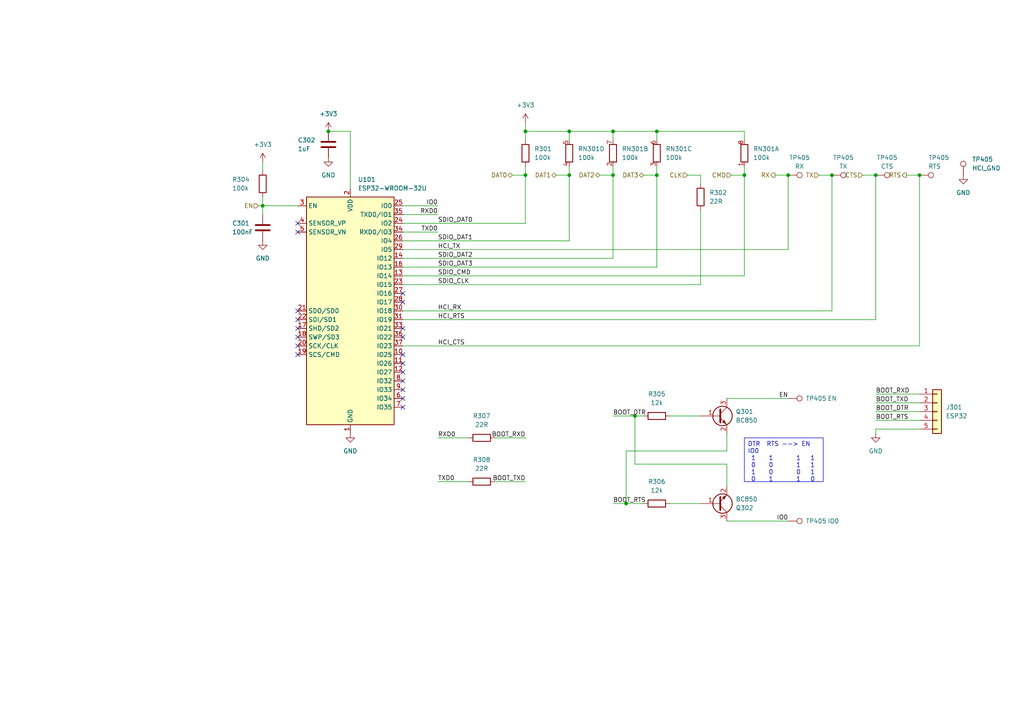
<source format=kicad_sch>
(kicad_sch (version 20230121) (generator eeschema)
  (paper "A4")
  (lib_symbols
    (symbol "Connector:TestPoint" (pin_numbers hide) (pin_names (offset 0.762) hide)
      (property "Reference" "TP" (at 0 6.858 0))
      (property "Value" "TestPoint" (at 0 5.08 0))
      (symbol "TestPoint_0_1"
        (circle (center 0 3.302) (radius 0.762))
      )
      (symbol "TestPoint_1_1"
        (pin passive line (at 0 0 90) (length 2.54) (name "1") (number "1"))
      )
    )
    (symbol "Connector_Generic:Conn_01x05" (pin_names (offset 1.016) hide)
      (property "Reference" "J" (at 0 7.62 0))
      (property "Value" "Conn_01x05" (at 0 -7.62 0))
      (symbol "Conn_01x05_1_1"
        (rectangle (start -1.27 -4.953) (end 0 -5.207) (stroke (width 0.1524)))
        (rectangle (start -1.27 -2.413) (end 0 -2.667) (stroke (width 0.1524)))
        (rectangle (start -1.27 0.127) (end 0 -0.127) (stroke (width 0.1524)))
        (rectangle (start -1.27 2.667) (end 0 2.413) (stroke (width 0.1524)))
        (rectangle (start -1.27 5.207) (end 0 4.953) (stroke (width 0.1524)))
        (rectangle (start -1.27 6.35) (end 1.27 -6.35) (stroke (width 0.254)) (fill (type background)))
        (pin passive line (at -5.08 5.08 0) (length 3.81) (name "Pin_1") (number "1"))
        (pin passive line (at -5.08 2.54 0) (length 3.81) (name "Pin_2") (number "2"))
        (pin passive line (at -5.08 0 0) (length 3.81) (name "Pin_3") (number "3"))
        (pin passive line (at -5.08 -2.54 0) (length 3.81) (name "Pin_4") (number "4"))
        (pin passive line (at -5.08 -5.08 0) (length 3.81) (name "Pin_5") (number "5"))
      )
    )
    (symbol "Device:C" (pin_numbers hide) (pin_names (offset 0.254))
      (property "Reference" "C" (at 0.635 2.54 0))
      (property "Value" "C" (at 0.635 -2.54 0))
      (symbol "C_0_1"
        (polyline (pts (xy -2.032 -0.762) (xy 2.032 -0.762)) (stroke (width 0.508)))
        (polyline (pts (xy -2.032 0.762) (xy 2.032 0.762)) (stroke (width 0.508)))
      )
      (symbol "C_1_1"
        (pin passive line (at 0 3.81 270) (length 2.794) (name "~") (number "1"))
        (pin passive line (at 0 -3.81 90) (length 2.794) (name "~") (number "2"))
      )
    )
    (symbol "Device:R" (pin_numbers hide) (pin_names (offset 0))
      (property "Reference" "R" (at 2.032 0 90))
      (property "Value" "R" (at 0 0 90))
      (symbol "R_0_1"
        (rectangle (start -1.016 -2.54) (end 1.016 2.54) (stroke (width 0.254)))
      )
      (symbol "R_1_1"
        (pin passive line (at 0 3.81 270) (length 1.27) (name "~") (number "1"))
        (pin passive line (at 0 -3.81 90) (length 1.27) (name "~") (number "2"))
      )
    )
    (symbol "Device:R_Pack04_Split" (pin_names (offset 0) hide)
      (property "Reference" "RN" (at 2.032 0 90))
      (property "Value" "R_Pack04_Split" (at 0 0 90))
      (symbol "R_Pack04_Split_0_1"
        (rectangle (start 1.016 2.54) (end -1.016 -2.54) (stroke (width 0.254)))
      )
      (symbol "R_Pack04_Split_1_1"
        (pin passive line (at 0 -3.81 90) (length 1.27) (name "R1.1") (number "1"))
        (pin passive line (at 0 3.81 270) (length 1.27) (name "R1.2") (number "8"))
      )
      (symbol "R_Pack04_Split_2_1"
        (pin passive line (at 0 -3.81 90) (length 1.27) (name "R2.1") (number "2"))
        (pin passive line (at 0 3.81 270) (length 1.27) (name "R2.2") (number "7"))
      )
      (symbol "R_Pack04_Split_3_1"
        (pin passive line (at 0 -3.81 90) (length 1.27) (name "R3.1") (number "3"))
        (pin passive line (at 0 3.81 270) (length 1.27) (name "R3.2") (number "6"))
      )
      (symbol "R_Pack04_Split_4_1"
        (pin passive line (at 0 -3.81 90) (length 1.27) (name "R4.1") (number "4"))
        (pin passive line (at 0 3.81 270) (length 1.27) (name "R4.2") (number "5"))
      )
    )
    (symbol "RF_Module:ESP32-WROOM-32U"
      (property "Reference" "U" (at -12.7 34.29 0))
      (property "Value" "ESP32-WROOM-32U" (at 1.27 34.29 0))
      (symbol "ESP32-WROOM-32U_0_1"
        (rectangle (start -12.7 33.02) (end 12.7 -33.02) (stroke (width 0.254)) (fill (type background)))
      )
      (symbol "ESP32-WROOM-32U_1_1"
        (pin power_in line (at 0 -35.56 90) (length 2.54) (name "GND") (number "1"))
        (pin bidirectional line (at 15.24 -12.7 180) (length 2.54) (name "IO25") (number "10"))
        (pin bidirectional line (at 15.24 -15.24 180) (length 2.54) (name "IO26") (number "11"))
        (pin bidirectional line (at 15.24 -17.78 180) (length 2.54) (name "IO27") (number "12"))
        (pin bidirectional line (at 15.24 10.16 180) (length 2.54) (name "IO14") (number "13"))
        (pin bidirectional line (at 15.24 15.24 180) (length 2.54) (name "IO12") (number "14"))
        (pin passive line (at 0 -35.56 90) (length 2.54) hide (name "GND") (number "15"))
        (pin bidirectional line (at 15.24 12.7 180) (length 2.54) (name "IO13") (number "16"))
        (pin bidirectional line (at -15.24 -5.08 0) (length 2.54) (name "SHD/SD2") (number "17"))
        (pin bidirectional line (at -15.24 -7.62 0) (length 2.54) (name "SWP/SD3") (number "18"))
        (pin bidirectional line (at -15.24 -12.7 0) (length 2.54) (name "SCS/CMD") (number "19"))
        (pin power_in line (at 0 35.56 270) (length 2.54) (name "VDD") (number "2"))
        (pin bidirectional line (at -15.24 -10.16 0) (length 2.54) (name "SCK/CLK") (number "20"))
        (pin bidirectional line (at -15.24 0 0) (length 2.54) (name "SDO/SD0") (number "21"))
        (pin bidirectional line (at -15.24 -2.54 0) (length 2.54) (name "SDI/SD1") (number "22"))
        (pin bidirectional line (at 15.24 7.62 180) (length 2.54) (name "IO15") (number "23"))
        (pin bidirectional line (at 15.24 25.4 180) (length 2.54) (name "IO2") (number "24"))
        (pin bidirectional line (at 15.24 30.48 180) (length 2.54) (name "IO0") (number "25"))
        (pin bidirectional line (at 15.24 20.32 180) (length 2.54) (name "IO4") (number "26"))
        (pin bidirectional line (at 15.24 5.08 180) (length 2.54) (name "IO16") (number "27"))
        (pin bidirectional line (at 15.24 2.54 180) (length 2.54) (name "IO17") (number "28"))
        (pin bidirectional line (at 15.24 17.78 180) (length 2.54) (name "IO5") (number "29"))
        (pin input line (at -15.24 30.48 0) (length 2.54) (name "EN") (number "3"))
        (pin bidirectional line (at 15.24 0 180) (length 2.54) (name "IO18") (number "30"))
        (pin bidirectional line (at 15.24 -2.54 180) (length 2.54) (name "IO19") (number "31"))
        (pin no_connect line (at -12.7 -27.94 0) (length 2.54) hide (name "NC") (number "32"))
        (pin bidirectional line (at 15.24 -5.08 180) (length 2.54) (name "IO21") (number "33"))
        (pin bidirectional line (at 15.24 22.86 180) (length 2.54) (name "RXD0/IO3") (number "34"))
        (pin bidirectional line (at 15.24 27.94 180) (length 2.54) (name "TXD0/IO1") (number "35"))
        (pin bidirectional line (at 15.24 -7.62 180) (length 2.54) (name "IO22") (number "36"))
        (pin bidirectional line (at 15.24 -10.16 180) (length 2.54) (name "IO23") (number "37"))
        (pin passive line (at 0 -35.56 90) (length 2.54) hide (name "GND") (number "38"))
        (pin passive line (at 0 -35.56 90) (length 2.54) hide (name "GND") (number "39"))
        (pin input line (at -15.24 25.4 0) (length 2.54) (name "SENSOR_VP") (number "4"))
        (pin input line (at -15.24 22.86 0) (length 2.54) (name "SENSOR_VN") (number "5"))
        (pin input line (at 15.24 -25.4 180) (length 2.54) (name "IO34") (number "6"))
        (pin input line (at 15.24 -27.94 180) (length 2.54) (name "IO35") (number "7"))
        (pin bidirectional line (at 15.24 -20.32 180) (length 2.54) (name "IO32") (number "8"))
        (pin bidirectional line (at 15.24 -22.86 180) (length 2.54) (name "IO33") (number "9"))
      )
    )
    (symbol "Transistor_BJT:BC850" (pin_names (offset 0) hide)
      (property "Reference" "Q" (at 5.08 1.905 0))
      (property "Value" "BC850" (at 5.08 0 0))
      (symbol "BC850_0_1"
        (polyline (pts (xy 0.635 0.635) (xy 2.54 2.54)))
        (polyline (pts (xy 0.635 -0.635) (xy 2.54 -2.54) (xy 2.54 -2.54)))
        (polyline (pts (xy 0.635 1.905) (xy 0.635 -1.905) (xy 0.635 -1.905)) (stroke (width 0.508)))
        (polyline (pts (xy 1.27 -1.778) (xy 1.778 -1.27) (xy 2.286 -2.286) (xy 1.27 -1.778) (xy 1.27 -1.778)) (fill (type outline)))
        (circle (center 1.27 0) (radius 2.8194) (stroke (width 0.254)))
      )
      (symbol "BC850_1_1"
        (pin input line (at -5.08 0 0) (length 5.715) (name "B") (number "1"))
        (pin passive line (at 2.54 -5.08 90) (length 2.54) (name "E") (number "2"))
        (pin passive line (at 2.54 5.08 270) (length 2.54) (name "C") (number "3"))
      )
    )
    (symbol "power:+3V3" (power) (pin_names (offset 0))
      (property "Value" "+3V3" (at 0 3.556 0))
      (symbol "+3V3_0_1"
        (polyline (pts (xy -0.762 1.27) (xy 0 2.54)))
        (polyline (pts (xy 0 0) (xy 0 2.54)))
        (polyline (pts (xy 0 2.54) (xy 0.762 1.27)))
      )
      (symbol "+3V3_1_1"
        (pin power_in line (at 0 0 90) (length 0) hide (name "+3V3") (number "1"))
      )
    )
    (symbol "power:GND" (power) (pin_names (offset 0))
      (property "Value" "GND" (at 0 -3.81 0))
      (symbol "GND_0_1"
        (polyline (pts (xy 0 0) (xy 0 -1.27) (xy 1.27 -1.27) (xy 0 -2.54) (xy -1.27 -1.27) (xy 0 -1.27)))
      )
      (symbol "GND_1_1"
        (pin power_in line (at 0 0 270) (length 0) hide (name "GND") (number "1"))
      )
    )
  )
  (junction (at 165.1 50.8))
  (junction (at 177.8 50.8))
  (junction (at 190.5 50.8))
  (junction (at 184.15 120.65))
  (junction (at 190.5 38.1))
  (junction (at 95.25 38.1))
  (junction (at 152.4 50.8))
  (junction (at 266.7 50.8))
  (junction (at 241.3 50.8))
  (junction (at 228.6 50.8))
  (junction (at 215.9 50.8))
  (junction (at 181.61 146.05))
  (junction (at 254 50.8))
  (junction (at 165.1 38.1))
  (junction (at 76.2 59.69))
  (junction (at 152.4 38.1))
  (junction (at 177.8 38.1))
  (no_connect (at 86.36 100.33))
  (no_connect (at 116.84 107.95))
  (no_connect (at 116.84 105.41))
  (no_connect (at 116.84 87.63))
  (no_connect (at 116.84 118.11))
  (no_connect (at 116.84 85.09))
  (no_connect (at 116.84 97.79))
  (no_connect (at 116.84 95.25))
  (no_connect (at 86.36 90.17))
  (no_connect (at 86.36 102.87))
  (no_connect (at 116.84 113.03))
  (no_connect (at 116.84 102.87))
  (no_connect (at 116.84 110.49))
  (no_connect (at 86.36 95.25))
  (no_connect (at 86.36 67.31))
  (no_connect (at 86.36 64.77))
  (no_connect (at 86.36 97.79))
  (no_connect (at 86.36 92.71))
  (no_connect (at 116.84 115.57))
  (wire (pts (xy 210.82 130.81) (xy 210.82 125.73)))
  (wire (pts (xy 186.69 50.8) (xy 190.5 50.8)))
  (wire (pts (xy 116.84 67.31) (xy 127 67.31)))
  (wire (pts (xy 152.4 48.26) (xy 152.4 50.8)))
  (wire (pts (xy 262.89 50.8) (xy 266.7 50.8)))
  (wire (pts (xy 148.59 50.8) (xy 152.4 50.8)))
  (wire (pts (xy 241.3 90.17) (xy 116.84 90.17)))
  (wire (pts (xy 250.19 50.8) (xy 254 50.8)))
  (wire (pts (xy 190.5 50.8) (xy 190.5 77.47)))
  (wire (pts (xy 177.8 50.8) (xy 177.8 74.93)))
  (wire (pts (xy 241.3 50.8) (xy 241.3 90.17)))
  (wire (pts (xy 116.84 59.69) (xy 127 59.69)))
  (wire (pts (xy 203.2 50.8) (xy 203.2 53.34)))
  (wire (pts (xy 116.84 69.85) (xy 165.1 69.85)))
  (wire (pts (xy 184.15 120.65) (xy 186.69 120.65)))
  (wire (pts (xy 203.2 82.55) (xy 203.2 60.96)))
  (wire (pts (xy 101.6 38.1) (xy 101.6 54.61)))
  (wire (pts (xy 254 116.84) (xy 266.7 116.84)))
  (wire (pts (xy 165.1 38.1) (xy 177.8 38.1)))
  (wire (pts (xy 184.15 134.62) (xy 210.82 134.62)))
  (wire (pts (xy 116.84 92.71) (xy 254 92.71)))
  (wire (pts (xy 177.8 146.05) (xy 181.61 146.05)))
  (wire (pts (xy 190.5 48.26) (xy 190.5 50.8)))
  (wire (pts (xy 212.09 50.8) (xy 215.9 50.8)))
  (wire (pts (xy 177.8 38.1) (xy 190.5 38.1)))
  (wire (pts (xy 266.7 100.33) (xy 116.84 100.33)))
  (wire (pts (xy 173.99 50.8) (xy 177.8 50.8)))
  (wire (pts (xy 210.82 134.62) (xy 210.82 140.97)))
  (wire (pts (xy 215.9 50.8) (xy 215.9 80.01)))
  (wire (pts (xy 76.2 57.15) (xy 76.2 59.69)))
  (wire (pts (xy 143.51 139.7) (xy 152.4 139.7)))
  (wire (pts (xy 161.29 50.8) (xy 165.1 50.8)))
  (wire (pts (xy 177.8 120.65) (xy 184.15 120.65)))
  (wire (pts (xy 116.84 72.39) (xy 228.6 72.39)))
  (wire (pts (xy 194.31 120.65) (xy 203.2 120.65)))
  (wire (pts (xy 194.31 146.05) (xy 203.2 146.05)))
  (wire (pts (xy 190.5 38.1) (xy 215.9 38.1)))
  (wire (pts (xy 165.1 48.26) (xy 165.1 50.8)))
  (wire (pts (xy 152.4 40.64) (xy 152.4 38.1)))
  (wire (pts (xy 254 50.8) (xy 254 92.71)))
  (wire (pts (xy 254 124.46) (xy 266.7 124.46)))
  (wire (pts (xy 95.25 38.1) (xy 101.6 38.1)))
  (wire (pts (xy 254 125.73) (xy 254 124.46)))
  (wire (pts (xy 76.2 59.69) (xy 76.2 62.23)))
  (wire (pts (xy 203.2 50.8) (xy 199.39 50.8)))
  (wire (pts (xy 215.9 48.26) (xy 215.9 50.8)))
  (wire (pts (xy 116.84 82.55) (xy 203.2 82.55)))
  (wire (pts (xy 74.93 59.69) (xy 76.2 59.69)))
  (wire (pts (xy 177.8 38.1) (xy 177.8 40.64)))
  (wire (pts (xy 177.8 48.26) (xy 177.8 50.8)))
  (wire (pts (xy 181.61 146.05) (xy 186.69 146.05)))
  (wire (pts (xy 181.61 130.81) (xy 210.82 130.81)))
  (wire (pts (xy 190.5 38.1) (xy 190.5 40.64)))
  (wire (pts (xy 116.84 74.93) (xy 177.8 74.93)))
  (wire (pts (xy 135.89 127) (xy 127 127)))
  (wire (pts (xy 181.61 146.05) (xy 181.61 130.81)))
  (wire (pts (xy 165.1 38.1) (xy 165.1 40.64)))
  (wire (pts (xy 165.1 50.8) (xy 165.1 69.85)))
  (wire (pts (xy 76.2 59.69) (xy 86.36 59.69)))
  (wire (pts (xy 254 114.3) (xy 266.7 114.3)))
  (wire (pts (xy 215.9 40.64) (xy 215.9 38.1)))
  (wire (pts (xy 266.7 50.8) (xy 266.7 100.33)))
  (wire (pts (xy 254 119.38) (xy 266.7 119.38)))
  (wire (pts (xy 116.84 77.47) (xy 190.5 77.47)))
  (wire (pts (xy 152.4 38.1) (xy 165.1 38.1)))
  (wire (pts (xy 184.15 120.65) (xy 184.15 134.62)))
  (wire (pts (xy 116.84 62.23) (xy 127 62.23)))
  (wire (pts (xy 254 121.92) (xy 266.7 121.92)))
  (wire (pts (xy 116.84 64.77) (xy 152.4 64.77)))
  (wire (pts (xy 135.89 139.7) (xy 127 139.7)))
  (wire (pts (xy 143.51 127) (xy 152.4 127)))
  (wire (pts (xy 152.4 35.56) (xy 152.4 38.1)))
  (wire (pts (xy 224.79 50.8) (xy 228.6 50.8)))
  (wire (pts (xy 210.82 151.13) (xy 228.6 151.13)))
  (wire (pts (xy 228.6 50.8) (xy 228.6 72.39)))
  (wire (pts (xy 237.49 50.8) (xy 241.3 50.8)))
  (wire (pts (xy 116.84 80.01) (xy 215.9 80.01)))
  (wire (pts (xy 152.4 50.8) (xy 152.4 64.77)))
  (wire (pts (xy 76.2 46.99) (xy 76.2 49.53)))
  (wire (pts (xy 210.82 115.57) (xy 228.6 115.57)))
  (text_box "DTR  RTS --> EN  IO0\n 1    1       1   1\n 0    0       1   1\n 1    0       0   1\n 0    1       1   0\n" (at 215.9 127 0) (size 22.86 12.7) (effects (font (size 1.27 1.27)) (justify left top)))
  (label "TXD0" (at 127 67.31 180))
  (label "RXD0" (at 127 127 0))
  (label "BOOT_TXD" (at 152.4 139.7 180))
  (label "SDIO_DAT3" (at 127 77.47 0))
  (label "TXD0" (at 127 139.7 0))
  (label "HCI_RX" (at 127 90.17 0))
  (label "EN" (at 228.6 115.57 180))
  (label "SDIO_CLK" (at 127 82.55 0))
  (label "SDIO_DAT0" (at 127 64.77 0))
  (label "BOOT_TXD" (at 254 116.84 0))
  (label "SDIO_DAT2" (at 127 74.93 0))
  (label "BOOT_DTR" (at 254 119.38 0))
  (label "HCI_CTS" (at 127 100.33 0))
  (label "HCI_RTS" (at 127 92.71 0))
  (label "BOOT_DTR" (at 177.8 120.65 0))
  (label "BOOT_RXD" (at 152.4 127 180))
  (label "BOOT_RTS" (at 254 121.92 0))
  (label "SDIO_CMD" (at 127 80.01 0))
  (label "BOOT_RTS" (at 177.8 146.05 0))
  (label "HCI_TX" (at 127 72.39 0))
  (label "SDIO_DAT1" (at 127 69.85 0))
  (label "RXD0" (at 127 62.23 180))
  (label "BOOT_RXD" (at 254 114.3 0))
  (label "IO0" (at 127 59.69 180))
  (label "IO0" (at 228.6 151.13 180))
  (hierarchical_label "EN" (shape input) (at 74.93 59.69 180))
  (hierarchical_label "DAT0" (shape bidirectional) (at 148.59 50.8 180))
  (hierarchical_label "DAT2" (shape bidirectional) (at 173.99 50.8 180))
  (hierarchical_label "CMD" (shape input) (at 212.09 50.8 180))
  (hierarchical_label "TX" (shape input) (at 237.49 50.8 180))
  (hierarchical_label "DAT3" (shape bidirectional) (at 186.69 50.8 180))
  (hierarchical_label "CLK" (shape input) (at 199.39 50.8 180))
  (hierarchical_label "DAT1" (shape bidirectional) (at 161.29 50.8 180))
  (hierarchical_label "CTS" (shape input) (at 250.19 50.8 180))
  (hierarchical_label "RTS" (shape output) (at 262.89 50.8 180))
  (hierarchical_label "RX" (shape output) (at 224.79 50.8 180))
  (symbol (lib_id "power:GND") (at 95.25 45.72 0) (unit 1)
    (property "Reference" "#PWR0305" (effects hide))
    (property "Value" "GND" (at 95.25 50.8 0))
  )
  (symbol (lib_id "power:GND") (at 101.6 125.73 0) (unit 1)
    (property "Reference" "#PWR0301" (effects hide))
    (property "Value" "GND" (at 101.6 130.81 0))
  )
  (symbol (lib_id "power:GND") (at 279.4 50.8 0) (unit 1)
    (property "Reference" "#PWR0308" (effects hide))
    (property "Value" "GND" (at 279.4 55.88 0))
  )
  (symbol (lib_id "Connector:TestPoint") (at 279.4 50.8 0) (unit 1)
    (property "Reference" "TP405" (at 281.94 46.228 0) (effects (justify left)))
    (property "Value" "HCI_GND" (at 281.94 48.768 0) (effects (justify left)))
    (property "Footprint" "TestPoint:TestPoint_Pad_D1.0mm" (effects hide))
    (instances (project "underglow3" (path "" (reference "TP405") (unit 1)) (path "" (reference "TP219") (unit 1)) (path "" (reference "TP307") (unit 1))))
  )
  (symbol (lib_id "Connector:TestPoint") (at 241.3 50.8 270) (unit 1)
    (property "Reference" "TP405" (at 244.602 45.72 90))
    (property "Value" "TX" (at 244.602 48.26 90))
    (property "Footprint" "TestPoint:TestPoint_Pad_D1.0mm" (effects hide))
    (instances (project "underglow3" (path "" (reference "TP405") (unit 1)) (path "" (reference "TP219") (unit 1)) (path "" (reference "TP304") (unit 1))))
  )
  (symbol (lib_id "Connector:TestPoint") (at 228.6 151.13 270) (unit 1)
    (property "Reference" "TP405" (at 233.68 151.13 90) (effects (justify left)))
    (property "Value" "IO0" (at 240.03 151.13 90) (effects (justify left)))
    (property "Footprint" "TestPoint:TestPoint_Pad_D1.0mm" (effects hide))
    (instances (project "underglow3" (path "" (reference "TP405") (unit 1)) (path "" (reference "TP219") (unit 1)) (path "" (reference "TP302") (unit 1))))
  )
  (symbol (lib_id "Device:R") (at 203.2 57.15 180) (unit 1)
    (property "Reference" "R302" (at 205.74 55.88 0) (effects (justify right)))
    (property "Value" "22R" (at 205.74 58.42 0) (effects (justify right)))
    (property "Footprint" "Resistor_SMD:R_0402_1005Metric" (effects hide))
    (property "LCSC" "C114765" (effects hide))
    (property "MPN" "RC0402FR-0722RL" (effects hide))
  )
  (symbol (lib_id "Device:R_Pack04_Split") (at 177.8 44.45 0) (unit 2)
    (property "Reference" "RN301" (at 180.34 43.18 0) (effects (justify left)))
    (property "Value" "100k" (at 180.34 45.72 0) (effects (justify left)))
    (property "Footprint" "Resistor_SMD:R_Array_Convex_4x0603" (effects hide))
    (property "LCSC" "C110374" (effects hide))
    (property "MPN" "YC164-FR-07100KL" (effects hide))
  )
  (symbol (lib_id "Connector:TestPoint") (at 266.7 50.8 270) (unit 1)
    (property "Reference" "TP405" (at 269.24 45.72 90) (effects (justify left)))
    (property "Value" "RTS" (at 269.24 48.26 90) (effects (justify left)))
    (property "Footprint" "TestPoint:TestPoint_Pad_D1.0mm" (effects hide))
    (instances (project "underglow3" (path "" (reference "TP405") (unit 1)) (path "" (reference "TP219") (unit 1)) (path "" (reference "TP306") (unit 1))))
  )
  (symbol (lib_id "Device:R_Pack04_Split") (at 190.5 44.45 0) (unit 3)
    (property "Reference" "RN301" (at 193.04 43.18 0) (effects (justify left)))
    (property "Value" "100k" (at 193.04 45.72 0) (effects (justify left)))
    (property "Footprint" "Resistor_SMD:R_Array_Convex_4x0603" (effects hide))
    (property "LCSC" "C110374" (effects hide))
    (property "MPN" "YC164-FR-07100KL" (effects hide))
  )
  (symbol (lib_id "Connector_Generic:Conn_01x05") (at 271.78 119.38 0) (unit 1)
    (property "Reference" "J301" (at 274.32 118.11 0) (effects (justify left)))
    (property "Value" "ESP32" (at 274.32 120.65 0) (effects (justify left)))
    (property "Footprint" "Connector_PinHeader_2.54mm:PinHeader_1x05_P2.54mm_Vertical" (effects hide))
  )
  (symbol (lib_id "Device:C") (at 95.25 41.91 0) (unit 1)
    (property "Reference" "C302" (at 86.36 40.64 0) (effects (justify left)))
    (property "Value" "1uF" (at 86.36 43.18 0) (effects (justify left)))
    (property "Footprint" "Capacitor_SMD:C_0805_2012Metric" (effects hide))
    (property "LCSC" "C28323" (effects hide))
    (property "MPN" "CL21B105KBFNNNE" (effects hide))
  )
  (symbol (lib_id "Device:R") (at 139.7 127 90) (unit 1)
    (property "Reference" "R307" (at 139.7 120.65 90))
    (property "Value" "22R" (at 139.7 123.19 90))
    (property "Footprint" "Resistor_SMD:R_0402_1005Metric" (effects hide))
    (property "LCSC" "C114765" (effects hide))
    (property "MPN" "RC0402FR-0722RL" (effects hide))
  )
  (symbol (lib_id "power:+3V3") (at 95.25 38.1 0) (unit 1)
    (property "Reference" "#PWR0303" (effects hide))
    (property "Value" "+3V3" (at 95.25 33.02 0))
  )
  (symbol (lib_id "power:GND") (at 76.2 69.85 0) (unit 1)
    (property "Reference" "#PWR0304" (effects hide))
    (property "Value" "GND" (at 76.2 74.93 0))
  )
  (symbol (lib_id "power:GND") (at 254 125.73 0) (unit 1)
    (property "Reference" "#PWR0307" (effects hide))
    (property "Value" "GND" (at 254 130.81 0))
  )
  (symbol (lib_id "Connector:TestPoint") (at 228.6 115.57 270) (unit 1)
    (property "Reference" "TP405" (at 233.68 115.57 90) (effects (justify left)))
    (property "Value" "EN" (at 240.03 115.57 90) (effects (justify left)))
    (property "Footprint" "TestPoint:TestPoint_Pad_D1.0mm" (effects hide))
    (instances (project "underglow3" (path "" (reference "TP405") (unit 1)) (path "" (reference "TP219") (unit 1)) (path "" (reference "TP301") (unit 1))))
  )
  (symbol (lib_id "power:+3V3") (at 76.2 46.99 0) (unit 1)
    (property "Reference" "#PWR0302" (effects hide))
    (property "Value" "+3V3" (at 76.2 41.91 0))
  )
  (symbol (lib_id "Device:R") (at 139.7 139.7 90) (unit 1)
    (property "Reference" "R308" (at 139.7 133.35 90))
    (property "Value" "22R" (at 139.7 135.89 90))
    (property "Footprint" "Resistor_SMD:R_0402_1005Metric" (effects hide))
    (property "LCSC" "C114765" (effects hide))
    (property "MPN" "RC0402FR-0722RL" (effects hide))
  )
  (symbol (lib_id "Connector:TestPoint") (at 254 50.8 270) (unit 1)
    (property "Reference" "TP405" (at 257.302 45.72 90))
    (property "Value" "CTS" (at 257.302 48.26 90))
    (property "Footprint" "TestPoint:TestPoint_Pad_D1.0mm" (effects hide))
    (instances (project "underglow3" (path "" (reference "TP405") (unit 1)) (path "" (reference "TP219") (unit 1)) (path "" (reference "TP305") (unit 1))))
  )
  (symbol (lib_id "Connector:TestPoint") (at 228.6 50.8 270) (unit 1)
    (property "Reference" "TP405" (at 231.902 45.72 90))
    (property "Value" "RX" (at 231.902 48.26 90))
    (property "Footprint" "TestPoint:TestPoint_Pad_D1.0mm" (effects hide))
    (instances (project "underglow3" (path "" (reference "TP405") (unit 1)) (path "" (reference "TP219") (unit 1)) (path "" (reference "TP303") (unit 1))))
  )
  (symbol (lib_id "Device:R_Pack04_Split") (at 165.1 44.45 0) (unit 4)
    (property "Reference" "RN301" (at 167.64 43.18 0) (effects (justify left)))
    (property "Value" "100k" (at 167.64 45.72 0) (effects (justify left)))
    (property "Footprint" "Resistor_SMD:R_Array_Convex_4x0603" (effects hide))
    (property "LCSC" "C110374" (effects hide))
    (property "MPN" "YC164-FR-07100KL" (effects hide))
  )
  (symbol (lib_id "Device:C") (at 76.2 66.04 0) (unit 1)
    (property "Reference" "C301" (at 67.31 64.77 0) (effects (justify left)))
    (property "Value" "100nF" (at 67.31 67.31 0) (effects (justify left)))
    (property "Footprint" "Capacitor_SMD:C_0402_1005Metric" (effects hide))
    (property "LCSC" "C307331" (effects hide))
    (property "MPN" "CL05B104KB54PNC" (effects hide))
  )
  (symbol (lib_id "Transistor_BJT:BC850") (at 208.28 146.05 0) (mirror x) (unit 1)
    (property "Reference" "Q302" (at 213.36 147.32 0) (effects (justify left)))
    (property "Value" "BC850" (at 213.36 144.78 0) (effects (justify left)))
    (property "Footprint" "Package_TO_SOT_SMD:SOT-23" (effects hide))
    (property "Datasheet" "http://www.infineon.com/dgdl/Infineon-BC847SERIES_BC848SERIES_BC849SERIES_BC850SERIES-DS-v01_01-en.pdf?fileId=db3a304314dca389011541d4630a1657" (effects hide))
    (property "LCSC" "C78484" (effects hide))
    (property "MPN" "BC850CLT1G" (effects hide))
  )
  (symbol (lib_id "Device:R") (at 76.2 53.34 0) (unit 1)
    (property "Reference" "R304" (at 67.31 52.07 0) (effects (justify left)))
    (property "Value" "100k" (at 67.31 54.61 0) (effects (justify left)))
    (property "Footprint" "Resistor_SMD:R_0402_1005Metric" (effects hide))
    (property "LCSC" "C144732" (effects hide))
    (property "MPN" "AC0402JR-07100KL" (effects hide))
  )
  (symbol (lib_id "Transistor_BJT:BC850") (at 208.28 120.65 0) (unit 1)
    (property "Reference" "Q301" (at 213.36 119.38 0) (effects (justify left)))
    (property "Value" "BC850" (at 213.36 121.92 0) (effects (justify left)))
    (property "Footprint" "Package_TO_SOT_SMD:SOT-23" (effects hide))
    (property "Datasheet" "http://www.infineon.com/dgdl/Infineon-BC847SERIES_BC848SERIES_BC849SERIES_BC850SERIES-DS-v01_01-en.pdf?fileId=db3a304314dca389011541d4630a1657" (effects hide))
    (property "LCSC" "C78484" (effects hide))
    (property "MPN" "BC850CLT1G" (effects hide))
  )
  (symbol (lib_id "Device:R") (at 190.5 120.65 90) (unit 1)
    (property "Reference" "R305" (at 190.5 114.3 90))
    (property "Value" "12k" (at 190.5 116.84 90))
    (property "Footprint" "Resistor_SMD:R_0402_1005Metric" (effects hide))
    (property "LCSC" "C102781" (effects hide))
    (property "MPN" "RTT021202FTH" (effects hide))
  )
  (symbol (lib_id "Device:R") (at 152.4 44.45 0) (unit 1)
    (property "Reference" "R301" (at 154.94 43.18 0) (effects (justify left)))
    (property "Value" "100k" (at 154.94 45.72 0) (effects (justify left)))
    (property "Footprint" "Resistor_SMD:R_0402_1005Metric" (effects hide))
    (property "LCSC" "C144732" (effects hide))
    (property "MPN" "AC0402JR-07100KL" (effects hide))
  )
  (symbol (lib_id "Device:R_Pack04_Split") (at 215.9 44.45 0) (unit 1)
    (property "Reference" "RN301" (at 218.44 43.18 0) (effects (justify left)))
    (property "Value" "100k" (at 218.44 45.72 0) (effects (justify left)))
    (property "Footprint" "Resistor_SMD:R_Array_Convex_4x0603" (effects hide))
    (property "LCSC" "C110374" (effects hide))
    (property "MPN" "YC164-FR-07100KL" (effects hide))
  )
  (symbol (lib_id "power:+3V3") (at 152.4 35.56 0) (unit 1)
    (property "Reference" "#PWR0306" (effects hide))
    (property "Value" "+3V3" (at 152.4 30.48 0))
  )
  (symbol (lib_id "Device:R") (at 190.5 146.05 90) (unit 1)
    (property "Reference" "R306" (at 190.5 139.7 90))
    (property "Value" "12k" (at 190.5 142.24 90))
    (property "Footprint" "Resistor_SMD:R_0402_1005Metric" (effects hide))
    (property "LCSC" "C102781" (effects hide))
    (property "MPN" "RTT021202FTH" (effects hide))
  )
  (symbol (lib_id "RF_Module:ESP32-WROOM-32U") (at 101.6 90.17 0) (unit 1)
    (property "Reference" "U101" (at 103.7941 52.07 0) (effects (justify left)))
    (property "Value" "ESP32-WROOM-32U" (at 103.7941 54.61 0) (effects (justify left)))
    (property "Footprint" "RF_Module:ESP32-WROOM-32U" (effects hide))
    (property "Datasheet" "https://www.espressif.com/sites/default/files/documentation/esp32-wroom-32d_esp32-wroom-32u_datasheet_en.pdf" (effects hide))
    (property "LCSC" "C328062" (effects hide))
    (property "MPN" "ESP32-WROOM-32U-N4" (effects hide))
    (instances (project "underglow3" (path "" (reference "U101") (unit 1)) (path "" (reference "U301") (unit 1))))
  )
)
</source>
